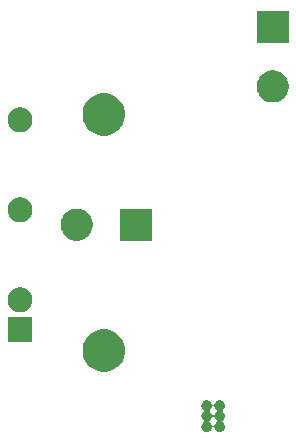
<source format=gbr>
G04 #@! TF.GenerationSoftware,KiCad,Pcbnew,5.1.4*
G04 #@! TF.CreationDate,2020-01-08T09:35:31-05:00*
G04 #@! TF.ProjectId,siot-node-relay,73696f74-2d6e-46f6-9465-2d72656c6179,rev?*
G04 #@! TF.SameCoordinates,Original*
G04 #@! TF.FileFunction,Soldermask,Bot*
G04 #@! TF.FilePolarity,Negative*
%FSLAX46Y46*%
G04 Gerber Fmt 4.6, Leading zero omitted, Abs format (unit mm)*
G04 Created by KiCad (PCBNEW 5.1.4) date 2020-01-08 09:35:31*
%MOMM*%
%LPD*%
G04 APERTURE LIST*
%ADD10C,0.100000*%
G04 APERTURE END LIST*
D10*
G36*
X189281552Y-109666331D02*
G01*
X189363627Y-109700328D01*
X189363629Y-109700329D01*
X189400813Y-109725175D01*
X189437495Y-109749685D01*
X189500315Y-109812505D01*
X189549672Y-109886373D01*
X189584516Y-109970493D01*
X189596067Y-109992104D01*
X189611613Y-110011046D01*
X189630555Y-110026591D01*
X189652165Y-110038142D01*
X189675614Y-110045255D01*
X189700000Y-110047657D01*
X189724386Y-110045255D01*
X189747835Y-110038142D01*
X189769446Y-110026591D01*
X189788388Y-110011045D01*
X189803933Y-109992103D01*
X189815484Y-109970493D01*
X189850328Y-109886373D01*
X189899685Y-109812505D01*
X189962505Y-109749685D01*
X189999187Y-109725175D01*
X190036371Y-109700329D01*
X190036373Y-109700328D01*
X190118448Y-109666331D01*
X190205579Y-109649000D01*
X190294421Y-109649000D01*
X190381552Y-109666331D01*
X190463627Y-109700328D01*
X190463629Y-109700329D01*
X190500813Y-109725175D01*
X190537495Y-109749685D01*
X190600315Y-109812505D01*
X190649672Y-109886373D01*
X190683669Y-109968448D01*
X190701000Y-110055579D01*
X190701000Y-110144421D01*
X190683669Y-110231552D01*
X190649672Y-110313627D01*
X190600315Y-110387495D01*
X190532085Y-110455725D01*
X190524909Y-110461614D01*
X190509364Y-110480557D01*
X190497814Y-110502168D01*
X190490701Y-110525617D01*
X190488300Y-110550003D01*
X190490702Y-110574389D01*
X190497816Y-110597838D01*
X190509368Y-110619448D01*
X190524913Y-110638390D01*
X190532088Y-110644278D01*
X190600315Y-110712505D01*
X190649672Y-110786373D01*
X190683669Y-110868448D01*
X190701000Y-110955579D01*
X190701000Y-111044421D01*
X190683669Y-111131552D01*
X190649672Y-111213627D01*
X190600315Y-111287495D01*
X190532085Y-111355725D01*
X190524909Y-111361614D01*
X190509364Y-111380557D01*
X190497814Y-111402168D01*
X190490701Y-111425617D01*
X190488300Y-111450003D01*
X190490702Y-111474389D01*
X190497816Y-111497838D01*
X190509368Y-111519448D01*
X190524913Y-111538390D01*
X190532088Y-111544278D01*
X190600315Y-111612505D01*
X190649672Y-111686373D01*
X190683669Y-111768448D01*
X190701000Y-111855579D01*
X190701000Y-111944421D01*
X190683669Y-112031552D01*
X190649672Y-112113627D01*
X190649671Y-112113629D01*
X190600314Y-112187496D01*
X190537496Y-112250314D01*
X190463629Y-112299671D01*
X190463628Y-112299672D01*
X190463627Y-112299672D01*
X190381552Y-112333669D01*
X190294421Y-112351000D01*
X190205579Y-112351000D01*
X190118448Y-112333669D01*
X190036373Y-112299672D01*
X190036372Y-112299672D01*
X190036371Y-112299671D01*
X189962504Y-112250314D01*
X189899686Y-112187496D01*
X189850329Y-112113629D01*
X189850328Y-112113627D01*
X189815484Y-112029507D01*
X189803933Y-112007896D01*
X189788387Y-111988954D01*
X189769445Y-111973409D01*
X189747835Y-111961858D01*
X189724386Y-111954745D01*
X189700000Y-111952343D01*
X189675614Y-111954745D01*
X189652165Y-111961858D01*
X189630554Y-111973409D01*
X189611612Y-111988955D01*
X189596067Y-112007897D01*
X189584516Y-112029507D01*
X189549672Y-112113627D01*
X189549671Y-112113629D01*
X189500314Y-112187496D01*
X189437496Y-112250314D01*
X189363629Y-112299671D01*
X189363628Y-112299672D01*
X189363627Y-112299672D01*
X189281552Y-112333669D01*
X189194421Y-112351000D01*
X189105579Y-112351000D01*
X189018448Y-112333669D01*
X188936373Y-112299672D01*
X188936372Y-112299672D01*
X188936371Y-112299671D01*
X188862504Y-112250314D01*
X188799686Y-112187496D01*
X188750329Y-112113629D01*
X188750328Y-112113627D01*
X188716331Y-112031552D01*
X188699000Y-111944421D01*
X188699000Y-111855579D01*
X188716331Y-111768448D01*
X188750328Y-111686373D01*
X188799685Y-111612505D01*
X188867915Y-111544275D01*
X188875091Y-111538386D01*
X188890636Y-111519443D01*
X188902186Y-111497832D01*
X188909299Y-111474383D01*
X188911699Y-111450003D01*
X189388300Y-111450003D01*
X189390702Y-111474389D01*
X189397816Y-111497838D01*
X189409368Y-111519448D01*
X189424913Y-111538390D01*
X189432088Y-111544278D01*
X189500315Y-111612505D01*
X189549672Y-111686373D01*
X189584516Y-111770493D01*
X189596067Y-111792104D01*
X189611613Y-111811046D01*
X189630555Y-111826591D01*
X189652165Y-111838142D01*
X189675614Y-111845255D01*
X189700000Y-111847657D01*
X189724386Y-111845255D01*
X189747835Y-111838142D01*
X189769446Y-111826591D01*
X189788388Y-111811045D01*
X189803933Y-111792103D01*
X189815484Y-111770493D01*
X189850328Y-111686373D01*
X189899685Y-111612505D01*
X189967915Y-111544275D01*
X189975091Y-111538386D01*
X189990636Y-111519443D01*
X190002186Y-111497832D01*
X190009299Y-111474383D01*
X190011700Y-111449997D01*
X190009298Y-111425611D01*
X190002184Y-111402162D01*
X189990632Y-111380552D01*
X189975087Y-111361610D01*
X189967912Y-111355722D01*
X189899685Y-111287495D01*
X189850328Y-111213627D01*
X189815484Y-111129507D01*
X189803933Y-111107896D01*
X189788387Y-111088954D01*
X189769445Y-111073409D01*
X189747835Y-111061858D01*
X189724386Y-111054745D01*
X189700000Y-111052343D01*
X189675614Y-111054745D01*
X189652165Y-111061858D01*
X189630554Y-111073409D01*
X189611612Y-111088955D01*
X189596067Y-111107897D01*
X189584516Y-111129507D01*
X189549672Y-111213627D01*
X189500315Y-111287495D01*
X189432085Y-111355725D01*
X189424909Y-111361614D01*
X189409364Y-111380557D01*
X189397814Y-111402168D01*
X189390701Y-111425617D01*
X189388300Y-111450003D01*
X188911699Y-111450003D01*
X188911700Y-111449997D01*
X188909298Y-111425611D01*
X188902184Y-111402162D01*
X188890632Y-111380552D01*
X188875087Y-111361610D01*
X188867912Y-111355722D01*
X188799685Y-111287495D01*
X188750328Y-111213627D01*
X188716331Y-111131552D01*
X188699000Y-111044421D01*
X188699000Y-110955579D01*
X188716331Y-110868448D01*
X188750328Y-110786373D01*
X188799685Y-110712505D01*
X188867915Y-110644275D01*
X188875091Y-110638386D01*
X188890636Y-110619443D01*
X188902186Y-110597832D01*
X188909299Y-110574383D01*
X188911699Y-110550003D01*
X189388300Y-110550003D01*
X189390702Y-110574389D01*
X189397816Y-110597838D01*
X189409368Y-110619448D01*
X189424913Y-110638390D01*
X189432088Y-110644278D01*
X189500315Y-110712505D01*
X189549672Y-110786373D01*
X189584516Y-110870493D01*
X189596067Y-110892104D01*
X189611613Y-110911046D01*
X189630555Y-110926591D01*
X189652165Y-110938142D01*
X189675614Y-110945255D01*
X189700000Y-110947657D01*
X189724386Y-110945255D01*
X189747835Y-110938142D01*
X189769446Y-110926591D01*
X189788388Y-110911045D01*
X189803933Y-110892103D01*
X189815484Y-110870493D01*
X189850328Y-110786373D01*
X189899685Y-110712505D01*
X189967915Y-110644275D01*
X189975091Y-110638386D01*
X189990636Y-110619443D01*
X190002186Y-110597832D01*
X190009299Y-110574383D01*
X190011700Y-110549997D01*
X190009298Y-110525611D01*
X190002184Y-110502162D01*
X189990632Y-110480552D01*
X189975087Y-110461610D01*
X189967912Y-110455722D01*
X189899685Y-110387495D01*
X189850328Y-110313627D01*
X189815484Y-110229507D01*
X189803933Y-110207896D01*
X189788387Y-110188954D01*
X189769445Y-110173409D01*
X189747835Y-110161858D01*
X189724386Y-110154745D01*
X189700000Y-110152343D01*
X189675614Y-110154745D01*
X189652165Y-110161858D01*
X189630554Y-110173409D01*
X189611612Y-110188955D01*
X189596067Y-110207897D01*
X189584516Y-110229507D01*
X189549672Y-110313627D01*
X189500315Y-110387495D01*
X189432085Y-110455725D01*
X189424909Y-110461614D01*
X189409364Y-110480557D01*
X189397814Y-110502168D01*
X189390701Y-110525617D01*
X189388300Y-110550003D01*
X188911699Y-110550003D01*
X188911700Y-110549997D01*
X188909298Y-110525611D01*
X188902184Y-110502162D01*
X188890632Y-110480552D01*
X188875087Y-110461610D01*
X188867912Y-110455722D01*
X188799685Y-110387495D01*
X188750328Y-110313627D01*
X188716331Y-110231552D01*
X188699000Y-110144421D01*
X188699000Y-110055579D01*
X188716331Y-109968448D01*
X188750328Y-109886373D01*
X188799685Y-109812505D01*
X188862505Y-109749685D01*
X188899187Y-109725175D01*
X188936371Y-109700329D01*
X188936373Y-109700328D01*
X189018448Y-109666331D01*
X189105579Y-109649000D01*
X189194421Y-109649000D01*
X189281552Y-109666331D01*
X189281552Y-109666331D01*
G37*
G36*
X180965331Y-103738211D02*
G01*
X181293092Y-103873974D01*
X181588070Y-104071072D01*
X181838928Y-104321930D01*
X182036026Y-104616908D01*
X182171789Y-104944669D01*
X182241000Y-105292616D01*
X182241000Y-105647384D01*
X182171789Y-105995331D01*
X182036026Y-106323092D01*
X181838928Y-106618070D01*
X181588070Y-106868928D01*
X181293092Y-107066026D01*
X180965331Y-107201789D01*
X180617384Y-107271000D01*
X180262616Y-107271000D01*
X179914669Y-107201789D01*
X179586908Y-107066026D01*
X179291930Y-106868928D01*
X179041072Y-106618070D01*
X178843974Y-106323092D01*
X178708211Y-105995331D01*
X178639000Y-105647384D01*
X178639000Y-105292616D01*
X178708211Y-104944669D01*
X178843974Y-104616908D01*
X179041072Y-104321930D01*
X179291930Y-104071072D01*
X179586908Y-103873974D01*
X179914669Y-103738211D01*
X180262616Y-103669000D01*
X180617384Y-103669000D01*
X180965331Y-103738211D01*
X180965331Y-103738211D01*
G37*
G36*
X174401000Y-104751000D02*
G01*
X172299000Y-104751000D01*
X172299000Y-102649000D01*
X174401000Y-102649000D01*
X174401000Y-104751000D01*
X174401000Y-104751000D01*
G37*
G36*
X173656564Y-100149389D02*
G01*
X173847833Y-100228615D01*
X173847835Y-100228616D01*
X174019973Y-100343635D01*
X174166365Y-100490027D01*
X174281385Y-100662167D01*
X174360611Y-100853436D01*
X174401000Y-101056484D01*
X174401000Y-101263516D01*
X174360611Y-101466564D01*
X174281385Y-101657833D01*
X174281384Y-101657835D01*
X174166365Y-101829973D01*
X174019973Y-101976365D01*
X173847835Y-102091384D01*
X173847834Y-102091385D01*
X173847833Y-102091385D01*
X173656564Y-102170611D01*
X173453516Y-102211000D01*
X173246484Y-102211000D01*
X173043436Y-102170611D01*
X172852167Y-102091385D01*
X172852166Y-102091385D01*
X172852165Y-102091384D01*
X172680027Y-101976365D01*
X172533635Y-101829973D01*
X172418616Y-101657835D01*
X172418615Y-101657833D01*
X172339389Y-101466564D01*
X172299000Y-101263516D01*
X172299000Y-101056484D01*
X172339389Y-100853436D01*
X172418615Y-100662167D01*
X172533635Y-100490027D01*
X172680027Y-100343635D01*
X172852165Y-100228616D01*
X172852167Y-100228615D01*
X173043436Y-100149389D01*
X173246484Y-100109000D01*
X173453516Y-100109000D01*
X173656564Y-100149389D01*
X173656564Y-100149389D01*
G37*
G36*
X184501000Y-96151000D02*
G01*
X181799000Y-96151000D01*
X181799000Y-93449000D01*
X184501000Y-93449000D01*
X184501000Y-96151000D01*
X184501000Y-96151000D01*
G37*
G36*
X178544072Y-93500918D02*
G01*
X178789939Y-93602759D01*
X179011212Y-93750610D01*
X179199390Y-93938788D01*
X179347241Y-94160061D01*
X179449082Y-94405928D01*
X179501000Y-94666938D01*
X179501000Y-94933062D01*
X179449082Y-95194072D01*
X179347241Y-95439939D01*
X179199390Y-95661212D01*
X179011212Y-95849390D01*
X178789939Y-95997241D01*
X178789938Y-95997242D01*
X178789937Y-95997242D01*
X178544072Y-96099082D01*
X178283063Y-96151000D01*
X178016937Y-96151000D01*
X177755928Y-96099082D01*
X177510063Y-95997242D01*
X177510062Y-95997242D01*
X177510061Y-95997241D01*
X177288788Y-95849390D01*
X177100610Y-95661212D01*
X176952759Y-95439939D01*
X176850918Y-95194072D01*
X176799000Y-94933062D01*
X176799000Y-94666938D01*
X176850918Y-94405928D01*
X176952759Y-94160061D01*
X177100610Y-93938788D01*
X177288788Y-93750610D01*
X177510061Y-93602759D01*
X177755928Y-93500918D01*
X178016937Y-93449000D01*
X178283063Y-93449000D01*
X178544072Y-93500918D01*
X178544072Y-93500918D01*
G37*
G36*
X173656564Y-92529389D02*
G01*
X173847833Y-92608615D01*
X173847835Y-92608616D01*
X174019973Y-92723635D01*
X174166365Y-92870027D01*
X174281385Y-93042167D01*
X174360611Y-93233436D01*
X174401000Y-93436484D01*
X174401000Y-93643516D01*
X174360611Y-93846564D01*
X174322410Y-93938789D01*
X174281384Y-94037835D01*
X174166365Y-94209973D01*
X174019973Y-94356365D01*
X173847835Y-94471384D01*
X173847834Y-94471385D01*
X173847833Y-94471385D01*
X173656564Y-94550611D01*
X173453516Y-94591000D01*
X173246484Y-94591000D01*
X173043436Y-94550611D01*
X172852167Y-94471385D01*
X172852166Y-94471385D01*
X172852165Y-94471384D01*
X172680027Y-94356365D01*
X172533635Y-94209973D01*
X172418616Y-94037835D01*
X172377590Y-93938789D01*
X172339389Y-93846564D01*
X172299000Y-93643516D01*
X172299000Y-93436484D01*
X172339389Y-93233436D01*
X172418615Y-93042167D01*
X172533635Y-92870027D01*
X172680027Y-92723635D01*
X172852165Y-92608616D01*
X172852167Y-92608615D01*
X173043436Y-92529389D01*
X173246484Y-92489000D01*
X173453516Y-92489000D01*
X173656564Y-92529389D01*
X173656564Y-92529389D01*
G37*
G36*
X180965331Y-83738211D02*
G01*
X181293092Y-83873974D01*
X181588070Y-84071072D01*
X181838928Y-84321930D01*
X182036026Y-84616908D01*
X182171789Y-84944669D01*
X182241000Y-85292616D01*
X182241000Y-85647384D01*
X182171789Y-85995331D01*
X182036026Y-86323092D01*
X181838928Y-86618070D01*
X181588070Y-86868928D01*
X181293092Y-87066026D01*
X180965331Y-87201789D01*
X180617384Y-87271000D01*
X180262616Y-87271000D01*
X179914669Y-87201789D01*
X179586908Y-87066026D01*
X179291930Y-86868928D01*
X179041072Y-86618070D01*
X178843974Y-86323092D01*
X178708211Y-85995331D01*
X178639000Y-85647384D01*
X178639000Y-85292616D01*
X178708211Y-84944669D01*
X178843974Y-84616908D01*
X179041072Y-84321930D01*
X179291930Y-84071072D01*
X179586908Y-83873974D01*
X179914669Y-83738211D01*
X180262616Y-83669000D01*
X180617384Y-83669000D01*
X180965331Y-83738211D01*
X180965331Y-83738211D01*
G37*
G36*
X173656564Y-84909389D02*
G01*
X173847833Y-84988615D01*
X173847835Y-84988616D01*
X174019973Y-85103635D01*
X174166365Y-85250027D01*
X174281385Y-85422167D01*
X174360611Y-85613436D01*
X174401000Y-85816484D01*
X174401000Y-86023516D01*
X174360611Y-86226564D01*
X174320628Y-86323092D01*
X174281384Y-86417835D01*
X174166365Y-86589973D01*
X174019973Y-86736365D01*
X173847835Y-86851384D01*
X173847834Y-86851385D01*
X173847833Y-86851385D01*
X173656564Y-86930611D01*
X173453516Y-86971000D01*
X173246484Y-86971000D01*
X173043436Y-86930611D01*
X172852167Y-86851385D01*
X172852166Y-86851385D01*
X172852165Y-86851384D01*
X172680027Y-86736365D01*
X172533635Y-86589973D01*
X172418616Y-86417835D01*
X172379372Y-86323092D01*
X172339389Y-86226564D01*
X172299000Y-86023516D01*
X172299000Y-85816484D01*
X172339389Y-85613436D01*
X172418615Y-85422167D01*
X172533635Y-85250027D01*
X172680027Y-85103635D01*
X172852165Y-84988616D01*
X172852167Y-84988615D01*
X173043436Y-84909389D01*
X173246484Y-84869000D01*
X173453516Y-84869000D01*
X173656564Y-84909389D01*
X173656564Y-84909389D01*
G37*
G36*
X195144072Y-81800918D02*
G01*
X195389939Y-81902759D01*
X195501328Y-81977187D01*
X195611211Y-82050609D01*
X195799391Y-82238789D01*
X195947242Y-82460063D01*
X196049082Y-82705928D01*
X196101000Y-82966937D01*
X196101000Y-83233063D01*
X196049082Y-83494072D01*
X195947957Y-83738212D01*
X195947241Y-83739939D01*
X195799390Y-83961212D01*
X195611212Y-84149390D01*
X195389939Y-84297241D01*
X195389938Y-84297242D01*
X195389937Y-84297242D01*
X195144072Y-84399082D01*
X194883063Y-84451000D01*
X194616937Y-84451000D01*
X194355928Y-84399082D01*
X194110063Y-84297242D01*
X194110062Y-84297242D01*
X194110061Y-84297241D01*
X193888788Y-84149390D01*
X193700610Y-83961212D01*
X193552759Y-83739939D01*
X193552044Y-83738212D01*
X193450918Y-83494072D01*
X193399000Y-83233063D01*
X193399000Y-82966937D01*
X193450918Y-82705928D01*
X193552758Y-82460063D01*
X193700609Y-82238789D01*
X193888789Y-82050609D01*
X193998672Y-81977187D01*
X194110061Y-81902759D01*
X194355928Y-81800918D01*
X194616937Y-81749000D01*
X194883063Y-81749000D01*
X195144072Y-81800918D01*
X195144072Y-81800918D01*
G37*
G36*
X196101000Y-79451000D02*
G01*
X193399000Y-79451000D01*
X193399000Y-76749000D01*
X196101000Y-76749000D01*
X196101000Y-79451000D01*
X196101000Y-79451000D01*
G37*
M02*

</source>
